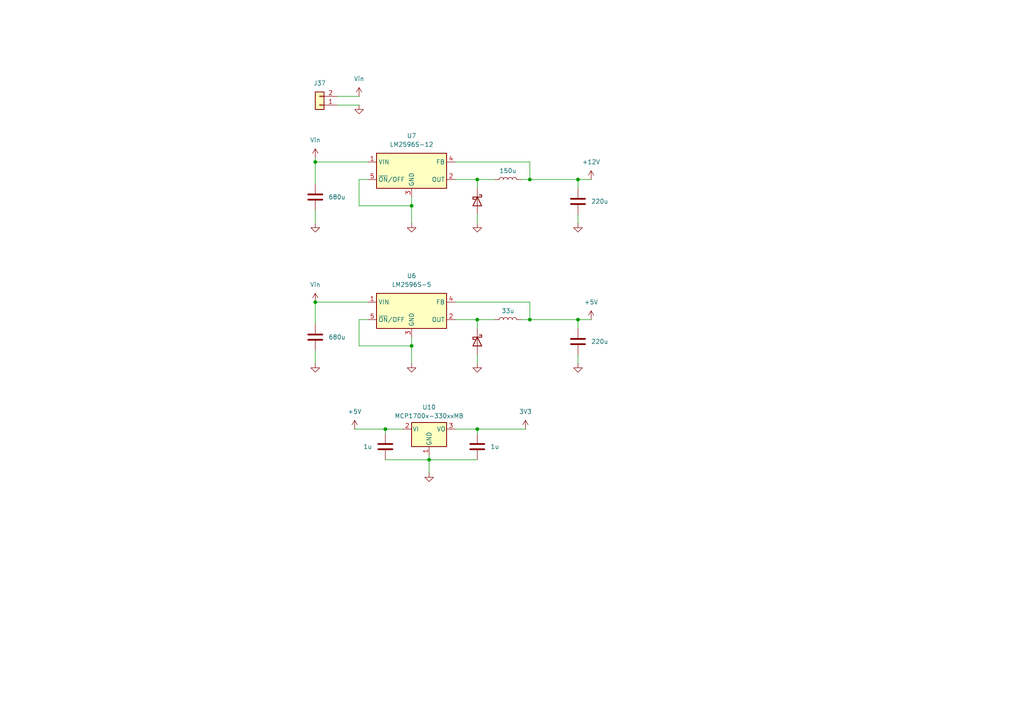
<source format=kicad_sch>
(kicad_sch
	(version 20250114)
	(generator "eeschema")
	(generator_version "9.0")
	(uuid "a95ea655-de4a-477a-ae5d-84d454920055")
	(paper "A4")
	(title_block
		(title "Universal use measuring PCB")
		(company "Author: Kacper Pawlak")
	)
	(lib_symbols
		(symbol "Connector_Generic:Conn_01x02"
			(pin_names
				(offset 1.016)
				(hide yes)
			)
			(exclude_from_sim no)
			(in_bom yes)
			(on_board yes)
			(property "Reference" "J"
				(at 0 2.54 0)
				(effects
					(font
						(size 1.27 1.27)
					)
				)
			)
			(property "Value" "Conn_01x02"
				(at 0 -5.08 0)
				(effects
					(font
						(size 1.27 1.27)
					)
				)
			)
			(property "Footprint" ""
				(at 0 0 0)
				(effects
					(font
						(size 1.27 1.27)
					)
					(hide yes)
				)
			)
			(property "Datasheet" "~"
				(at 0 0 0)
				(effects
					(font
						(size 1.27 1.27)
					)
					(hide yes)
				)
			)
			(property "Description" "Generic connector, single row, 01x02, script generated (kicad-library-utils/schlib/autogen/connector/)"
				(at 0 0 0)
				(effects
					(font
						(size 1.27 1.27)
					)
					(hide yes)
				)
			)
			(property "ki_keywords" "connector"
				(at 0 0 0)
				(effects
					(font
						(size 1.27 1.27)
					)
					(hide yes)
				)
			)
			(property "ki_fp_filters" "Connector*:*_1x??_*"
				(at 0 0 0)
				(effects
					(font
						(size 1.27 1.27)
					)
					(hide yes)
				)
			)
			(symbol "Conn_01x02_1_1"
				(rectangle
					(start -1.27 1.27)
					(end 1.27 -3.81)
					(stroke
						(width 0.254)
						(type default)
					)
					(fill
						(type background)
					)
				)
				(rectangle
					(start -1.27 0.127)
					(end 0 -0.127)
					(stroke
						(width 0.1524)
						(type default)
					)
					(fill
						(type none)
					)
				)
				(rectangle
					(start -1.27 -2.413)
					(end 0 -2.667)
					(stroke
						(width 0.1524)
						(type default)
					)
					(fill
						(type none)
					)
				)
				(pin passive line
					(at -5.08 0 0)
					(length 3.81)
					(name "Pin_1"
						(effects
							(font
								(size 1.27 1.27)
							)
						)
					)
					(number "1"
						(effects
							(font
								(size 1.27 1.27)
							)
						)
					)
				)
				(pin passive line
					(at -5.08 -2.54 0)
					(length 3.81)
					(name "Pin_2"
						(effects
							(font
								(size 1.27 1.27)
							)
						)
					)
					(number "2"
						(effects
							(font
								(size 1.27 1.27)
							)
						)
					)
				)
			)
			(embedded_fonts no)
		)
		(symbol "Device:C"
			(pin_numbers
				(hide yes)
			)
			(pin_names
				(offset 0.254)
			)
			(exclude_from_sim no)
			(in_bom yes)
			(on_board yes)
			(property "Reference" "C"
				(at 0.635 2.54 0)
				(effects
					(font
						(size 1.27 1.27)
					)
					(justify left)
				)
			)
			(property "Value" "C"
				(at 0.635 -2.54 0)
				(effects
					(font
						(size 1.27 1.27)
					)
					(justify left)
				)
			)
			(property "Footprint" ""
				(at 0.9652 -3.81 0)
				(effects
					(font
						(size 1.27 1.27)
					)
					(hide yes)
				)
			)
			(property "Datasheet" "~"
				(at 0 0 0)
				(effects
					(font
						(size 1.27 1.27)
					)
					(hide yes)
				)
			)
			(property "Description" "Unpolarized capacitor"
				(at 0 0 0)
				(effects
					(font
						(size 1.27 1.27)
					)
					(hide yes)
				)
			)
			(property "ki_keywords" "cap capacitor"
				(at 0 0 0)
				(effects
					(font
						(size 1.27 1.27)
					)
					(hide yes)
				)
			)
			(property "ki_fp_filters" "C_*"
				(at 0 0 0)
				(effects
					(font
						(size 1.27 1.27)
					)
					(hide yes)
				)
			)
			(symbol "C_0_1"
				(polyline
					(pts
						(xy -2.032 0.762) (xy 2.032 0.762)
					)
					(stroke
						(width 0.508)
						(type default)
					)
					(fill
						(type none)
					)
				)
				(polyline
					(pts
						(xy -2.032 -0.762) (xy 2.032 -0.762)
					)
					(stroke
						(width 0.508)
						(type default)
					)
					(fill
						(type none)
					)
				)
			)
			(symbol "C_1_1"
				(pin passive line
					(at 0 3.81 270)
					(length 2.794)
					(name "~"
						(effects
							(font
								(size 1.27 1.27)
							)
						)
					)
					(number "1"
						(effects
							(font
								(size 1.27 1.27)
							)
						)
					)
				)
				(pin passive line
					(at 0 -3.81 90)
					(length 2.794)
					(name "~"
						(effects
							(font
								(size 1.27 1.27)
							)
						)
					)
					(number "2"
						(effects
							(font
								(size 1.27 1.27)
							)
						)
					)
				)
			)
			(embedded_fonts no)
		)
		(symbol "Device:D_Schottky"
			(pin_numbers
				(hide yes)
			)
			(pin_names
				(offset 1.016)
				(hide yes)
			)
			(exclude_from_sim no)
			(in_bom yes)
			(on_board yes)
			(property "Reference" "D"
				(at 0 2.54 0)
				(effects
					(font
						(size 1.27 1.27)
					)
				)
			)
			(property "Value" "D_Schottky"
				(at 0 -2.54 0)
				(effects
					(font
						(size 1.27 1.27)
					)
				)
			)
			(property "Footprint" ""
				(at 0 0 0)
				(effects
					(font
						(size 1.27 1.27)
					)
					(hide yes)
				)
			)
			(property "Datasheet" "~"
				(at 0 0 0)
				(effects
					(font
						(size 1.27 1.27)
					)
					(hide yes)
				)
			)
			(property "Description" "Schottky diode"
				(at 0 0 0)
				(effects
					(font
						(size 1.27 1.27)
					)
					(hide yes)
				)
			)
			(property "ki_keywords" "diode Schottky"
				(at 0 0 0)
				(effects
					(font
						(size 1.27 1.27)
					)
					(hide yes)
				)
			)
			(property "ki_fp_filters" "TO-???* *_Diode_* *SingleDiode* D_*"
				(at 0 0 0)
				(effects
					(font
						(size 1.27 1.27)
					)
					(hide yes)
				)
			)
			(symbol "D_Schottky_0_1"
				(polyline
					(pts
						(xy -1.905 0.635) (xy -1.905 1.27) (xy -1.27 1.27) (xy -1.27 -1.27) (xy -0.635 -1.27) (xy -0.635 -0.635)
					)
					(stroke
						(width 0.254)
						(type default)
					)
					(fill
						(type none)
					)
				)
				(polyline
					(pts
						(xy 1.27 1.27) (xy 1.27 -1.27) (xy -1.27 0) (xy 1.27 1.27)
					)
					(stroke
						(width 0.254)
						(type default)
					)
					(fill
						(type none)
					)
				)
				(polyline
					(pts
						(xy 1.27 0) (xy -1.27 0)
					)
					(stroke
						(width 0)
						(type default)
					)
					(fill
						(type none)
					)
				)
			)
			(symbol "D_Schottky_1_1"
				(pin passive line
					(at -3.81 0 0)
					(length 2.54)
					(name "K"
						(effects
							(font
								(size 1.27 1.27)
							)
						)
					)
					(number "1"
						(effects
							(font
								(size 1.27 1.27)
							)
						)
					)
				)
				(pin passive line
					(at 3.81 0 180)
					(length 2.54)
					(name "A"
						(effects
							(font
								(size 1.27 1.27)
							)
						)
					)
					(number "2"
						(effects
							(font
								(size 1.27 1.27)
							)
						)
					)
				)
			)
			(embedded_fonts no)
		)
		(symbol "Device:L"
			(pin_numbers
				(hide yes)
			)
			(pin_names
				(offset 1.016)
				(hide yes)
			)
			(exclude_from_sim no)
			(in_bom yes)
			(on_board yes)
			(property "Reference" "L"
				(at -1.27 0 90)
				(effects
					(font
						(size 1.27 1.27)
					)
				)
			)
			(property "Value" "L"
				(at 1.905 0 90)
				(effects
					(font
						(size 1.27 1.27)
					)
				)
			)
			(property "Footprint" ""
				(at 0 0 0)
				(effects
					(font
						(size 1.27 1.27)
					)
					(hide yes)
				)
			)
			(property "Datasheet" "~"
				(at 0 0 0)
				(effects
					(font
						(size 1.27 1.27)
					)
					(hide yes)
				)
			)
			(property "Description" "Inductor"
				(at 0 0 0)
				(effects
					(font
						(size 1.27 1.27)
					)
					(hide yes)
				)
			)
			(property "ki_keywords" "inductor choke coil reactor magnetic"
				(at 0 0 0)
				(effects
					(font
						(size 1.27 1.27)
					)
					(hide yes)
				)
			)
			(property "ki_fp_filters" "Choke_* *Coil* Inductor_* L_*"
				(at 0 0 0)
				(effects
					(font
						(size 1.27 1.27)
					)
					(hide yes)
				)
			)
			(symbol "L_0_1"
				(arc
					(start 0 2.54)
					(mid 0.6323 1.905)
					(end 0 1.27)
					(stroke
						(width 0)
						(type default)
					)
					(fill
						(type none)
					)
				)
				(arc
					(start 0 1.27)
					(mid 0.6323 0.635)
					(end 0 0)
					(stroke
						(width 0)
						(type default)
					)
					(fill
						(type none)
					)
				)
				(arc
					(start 0 0)
					(mid 0.6323 -0.635)
					(end 0 -1.27)
					(stroke
						(width 0)
						(type default)
					)
					(fill
						(type none)
					)
				)
				(arc
					(start 0 -1.27)
					(mid 0.6323 -1.905)
					(end 0 -2.54)
					(stroke
						(width 0)
						(type default)
					)
					(fill
						(type none)
					)
				)
			)
			(symbol "L_1_1"
				(pin passive line
					(at 0 3.81 270)
					(length 1.27)
					(name "1"
						(effects
							(font
								(size 1.27 1.27)
							)
						)
					)
					(number "1"
						(effects
							(font
								(size 1.27 1.27)
							)
						)
					)
				)
				(pin passive line
					(at 0 -3.81 90)
					(length 1.27)
					(name "2"
						(effects
							(font
								(size 1.27 1.27)
							)
						)
					)
					(number "2"
						(effects
							(font
								(size 1.27 1.27)
							)
						)
					)
				)
			)
			(embedded_fonts no)
		)
		(symbol "Regulator_Linear:MCP1700x-330xxMB"
			(pin_names
				(offset 0.254)
			)
			(exclude_from_sim no)
			(in_bom yes)
			(on_board yes)
			(property "Reference" "U"
				(at -3.81 3.175 0)
				(effects
					(font
						(size 1.27 1.27)
					)
				)
			)
			(property "Value" "MCP1700x-330xxMB"
				(at 0 3.175 0)
				(effects
					(font
						(size 1.27 1.27)
					)
					(justify left)
				)
			)
			(property "Footprint" "Package_TO_SOT_SMD:SOT-89-3"
				(at 0 5.08 0)
				(effects
					(font
						(size 1.27 1.27)
					)
					(hide yes)
				)
			)
			(property "Datasheet" "http://ww1.microchip.com/downloads/en/DeviceDoc/20001826D.pdf"
				(at 0 -1.27 0)
				(effects
					(font
						(size 1.27 1.27)
					)
					(hide yes)
				)
			)
			(property "Description" "250mA Low Quiscent Current LDO, 3.3V output, SOT-89"
				(at 0 0 0)
				(effects
					(font
						(size 1.27 1.27)
					)
					(hide yes)
				)
			)
			(property "ki_keywords" "regulator linear ldo"
				(at 0 0 0)
				(effects
					(font
						(size 1.27 1.27)
					)
					(hide yes)
				)
			)
			(property "ki_fp_filters" "SOT?89*"
				(at 0 0 0)
				(effects
					(font
						(size 1.27 1.27)
					)
					(hide yes)
				)
			)
			(symbol "MCP1700x-330xxMB_0_1"
				(rectangle
					(start -5.08 -5.08)
					(end 5.08 1.905)
					(stroke
						(width 0.254)
						(type default)
					)
					(fill
						(type background)
					)
				)
			)
			(symbol "MCP1700x-330xxMB_1_1"
				(pin power_in line
					(at -7.62 0 0)
					(length 2.54)
					(name "VI"
						(effects
							(font
								(size 1.27 1.27)
							)
						)
					)
					(number "2"
						(effects
							(font
								(size 1.27 1.27)
							)
						)
					)
				)
				(pin power_in line
					(at 0 -7.62 90)
					(length 2.54)
					(name "GND"
						(effects
							(font
								(size 1.27 1.27)
							)
						)
					)
					(number "1"
						(effects
							(font
								(size 1.27 1.27)
							)
						)
					)
				)
				(pin power_out line
					(at 7.62 0 180)
					(length 2.54)
					(name "VO"
						(effects
							(font
								(size 1.27 1.27)
							)
						)
					)
					(number "3"
						(effects
							(font
								(size 1.27 1.27)
							)
						)
					)
				)
			)
			(embedded_fonts no)
		)
		(symbol "Regulator_Switching:LM2596S-12"
			(exclude_from_sim no)
			(in_bom yes)
			(on_board yes)
			(property "Reference" "U"
				(at -10.16 6.35 0)
				(effects
					(font
						(size 1.27 1.27)
					)
					(justify left)
				)
			)
			(property "Value" "LM2596S-12"
				(at 0 6.35 0)
				(effects
					(font
						(size 1.27 1.27)
					)
					(justify left)
				)
			)
			(property "Footprint" "Package_TO_SOT_SMD:TO-263-5_TabPin3"
				(at 1.27 -6.35 0)
				(effects
					(font
						(size 1.27 1.27)
						(italic yes)
					)
					(justify left)
					(hide yes)
				)
			)
			(property "Datasheet" "http://www.ti.com/lit/ds/symlink/lm2596.pdf"
				(at 0 0 0)
				(effects
					(font
						(size 1.27 1.27)
					)
					(hide yes)
				)
			)
			(property "Description" "12V 3A Step-Down Voltage Regulator, TO-263"
				(at 0 0 0)
				(effects
					(font
						(size 1.27 1.27)
					)
					(hide yes)
				)
			)
			(property "ki_keywords" "Step-Down Voltage Regulator 12V 3A"
				(at 0 0 0)
				(effects
					(font
						(size 1.27 1.27)
					)
					(hide yes)
				)
			)
			(property "ki_fp_filters" "TO?263*"
				(at 0 0 0)
				(effects
					(font
						(size 1.27 1.27)
					)
					(hide yes)
				)
			)
			(symbol "LM2596S-12_0_1"
				(rectangle
					(start -10.16 5.08)
					(end 10.16 -5.08)
					(stroke
						(width 0.254)
						(type default)
					)
					(fill
						(type background)
					)
				)
			)
			(symbol "LM2596S-12_1_1"
				(pin power_in line
					(at -12.7 2.54 0)
					(length 2.54)
					(name "VIN"
						(effects
							(font
								(size 1.27 1.27)
							)
						)
					)
					(number "1"
						(effects
							(font
								(size 1.27 1.27)
							)
						)
					)
				)
				(pin input line
					(at -12.7 -2.54 0)
					(length 2.54)
					(name "~{ON}/OFF"
						(effects
							(font
								(size 1.27 1.27)
							)
						)
					)
					(number "5"
						(effects
							(font
								(size 1.27 1.27)
							)
						)
					)
				)
				(pin power_in line
					(at 0 -7.62 90)
					(length 2.54)
					(name "GND"
						(effects
							(font
								(size 1.27 1.27)
							)
						)
					)
					(number "3"
						(effects
							(font
								(size 1.27 1.27)
							)
						)
					)
				)
				(pin input line
					(at 12.7 2.54 180)
					(length 2.54)
					(name "FB"
						(effects
							(font
								(size 1.27 1.27)
							)
						)
					)
					(number "4"
						(effects
							(font
								(size 1.27 1.27)
							)
						)
					)
				)
				(pin output line
					(at 12.7 -2.54 180)
					(length 2.54)
					(name "OUT"
						(effects
							(font
								(size 1.27 1.27)
							)
						)
					)
					(number "2"
						(effects
							(font
								(size 1.27 1.27)
							)
						)
					)
				)
			)
			(embedded_fonts no)
		)
		(symbol "Regulator_Switching:LM2596S-5"
			(exclude_from_sim no)
			(in_bom yes)
			(on_board yes)
			(property "Reference" "U"
				(at -10.16 6.35 0)
				(effects
					(font
						(size 1.27 1.27)
					)
					(justify left)
				)
			)
			(property "Value" "LM2596S-5"
				(at 0 6.35 0)
				(effects
					(font
						(size 1.27 1.27)
					)
					(justify left)
				)
			)
			(property "Footprint" "Package_TO_SOT_SMD:TO-263-5_TabPin3"
				(at 1.27 -6.35 0)
				(effects
					(font
						(size 1.27 1.27)
						(italic yes)
					)
					(justify left)
					(hide yes)
				)
			)
			(property "Datasheet" "http://www.ti.com/lit/ds/symlink/lm2596.pdf"
				(at 0 0 0)
				(effects
					(font
						(size 1.27 1.27)
					)
					(hide yes)
				)
			)
			(property "Description" "5V 3A Step-Down Voltage Regulator, TO-263"
				(at 0 0 0)
				(effects
					(font
						(size 1.27 1.27)
					)
					(hide yes)
				)
			)
			(property "ki_keywords" "Step-Down Voltage Regulator 5V 3A"
				(at 0 0 0)
				(effects
					(font
						(size 1.27 1.27)
					)
					(hide yes)
				)
			)
			(property "ki_fp_filters" "TO?263*"
				(at 0 0 0)
				(effects
					(font
						(size 1.27 1.27)
					)
					(hide yes)
				)
			)
			(symbol "LM2596S-5_0_1"
				(rectangle
					(start -10.16 5.08)
					(end 10.16 -5.08)
					(stroke
						(width 0.254)
						(type default)
					)
					(fill
						(type background)
					)
				)
			)
			(symbol "LM2596S-5_1_1"
				(pin power_in line
					(at -12.7 2.54 0)
					(length 2.54)
					(name "VIN"
						(effects
							(font
								(size 1.27 1.27)
							)
						)
					)
					(number "1"
						(effects
							(font
								(size 1.27 1.27)
							)
						)
					)
				)
				(pin input line
					(at -12.7 -2.54 0)
					(length 2.54)
					(name "~{ON}/OFF"
						(effects
							(font
								(size 1.27 1.27)
							)
						)
					)
					(number "5"
						(effects
							(font
								(size 1.27 1.27)
							)
						)
					)
				)
				(pin power_in line
					(at 0 -7.62 90)
					(length 2.54)
					(name "GND"
						(effects
							(font
								(size 1.27 1.27)
							)
						)
					)
					(number "3"
						(effects
							(font
								(size 1.27 1.27)
							)
						)
					)
				)
				(pin input line
					(at 12.7 2.54 180)
					(length 2.54)
					(name "FB"
						(effects
							(font
								(size 1.27 1.27)
							)
						)
					)
					(number "4"
						(effects
							(font
								(size 1.27 1.27)
							)
						)
					)
				)
				(pin output line
					(at 12.7 -2.54 180)
					(length 2.54)
					(name "OUT"
						(effects
							(font
								(size 1.27 1.27)
							)
						)
					)
					(number "2"
						(effects
							(font
								(size 1.27 1.27)
							)
						)
					)
				)
			)
			(embedded_fonts no)
		)
		(symbol "power:+5V"
			(power)
			(pin_numbers
				(hide yes)
			)
			(pin_names
				(offset 0)
				(hide yes)
			)
			(exclude_from_sim no)
			(in_bom yes)
			(on_board yes)
			(property "Reference" "#PWR"
				(at 0 -3.81 0)
				(effects
					(font
						(size 1.27 1.27)
					)
					(hide yes)
				)
			)
			(property "Value" "+5V"
				(at 0 3.556 0)
				(effects
					(font
						(size 1.27 1.27)
					)
				)
			)
			(property "Footprint" ""
				(at 0 0 0)
				(effects
					(font
						(size 1.27 1.27)
					)
					(hide yes)
				)
			)
			(property "Datasheet" ""
				(at 0 0 0)
				(effects
					(font
						(size 1.27 1.27)
					)
					(hide yes)
				)
			)
			(property "Description" "Power symbol creates a global label with name \"+5V\""
				(at 0 0 0)
				(effects
					(font
						(size 1.27 1.27)
					)
					(hide yes)
				)
			)
			(property "ki_keywords" "global power"
				(at 0 0 0)
				(effects
					(font
						(size 1.27 1.27)
					)
					(hide yes)
				)
			)
			(symbol "+5V_0_1"
				(polyline
					(pts
						(xy -0.762 1.27) (xy 0 2.54)
					)
					(stroke
						(width 0)
						(type default)
					)
					(fill
						(type none)
					)
				)
				(polyline
					(pts
						(xy 0 2.54) (xy 0.762 1.27)
					)
					(stroke
						(width 0)
						(type default)
					)
					(fill
						(type none)
					)
				)
				(polyline
					(pts
						(xy 0 0) (xy 0 2.54)
					)
					(stroke
						(width 0)
						(type default)
					)
					(fill
						(type none)
					)
				)
			)
			(symbol "+5V_1_1"
				(pin power_in line
					(at 0 0 90)
					(length 0)
					(name "~"
						(effects
							(font
								(size 1.27 1.27)
							)
						)
					)
					(number "1"
						(effects
							(font
								(size 1.27 1.27)
							)
						)
					)
				)
			)
			(embedded_fonts no)
		)
		(symbol "power:GND"
			(power)
			(pin_numbers
				(hide yes)
			)
			(pin_names
				(offset 0)
				(hide yes)
			)
			(exclude_from_sim no)
			(in_bom yes)
			(on_board yes)
			(property "Reference" "#PWR"
				(at 0 -6.35 0)
				(effects
					(font
						(size 1.27 1.27)
					)
					(hide yes)
				)
			)
			(property "Value" "GND"
				(at 0 -3.81 0)
				(effects
					(font
						(size 1.27 1.27)
					)
				)
			)
			(property "Footprint" ""
				(at 0 0 0)
				(effects
					(font
						(size 1.27 1.27)
					)
					(hide yes)
				)
			)
			(property "Datasheet" ""
				(at 0 0 0)
				(effects
					(font
						(size 1.27 1.27)
					)
					(hide yes)
				)
			)
			(property "Description" "Power symbol creates a global label with name \"GND\" , ground"
				(at 0 0 0)
				(effects
					(font
						(size 1.27 1.27)
					)
					(hide yes)
				)
			)
			(property "ki_keywords" "global power"
				(at 0 0 0)
				(effects
					(font
						(size 1.27 1.27)
					)
					(hide yes)
				)
			)
			(symbol "GND_0_1"
				(polyline
					(pts
						(xy 0 0) (xy 0 -1.27) (xy 1.27 -1.27) (xy 0 -2.54) (xy -1.27 -1.27) (xy 0 -1.27)
					)
					(stroke
						(width 0)
						(type default)
					)
					(fill
						(type none)
					)
				)
			)
			(symbol "GND_1_1"
				(pin power_in line
					(at 0 0 270)
					(length 0)
					(name "~"
						(effects
							(font
								(size 1.27 1.27)
							)
						)
					)
					(number "1"
						(effects
							(font
								(size 1.27 1.27)
							)
						)
					)
				)
			)
			(embedded_fonts no)
		)
	)
	(junction
		(at 153.67 92.71)
		(diameter 0)
		(color 0 0 0 0)
		(uuid "217ad685-f39e-4b89-9565-d51ecc7cc871")
	)
	(junction
		(at 119.38 59.69)
		(diameter 0)
		(color 0 0 0 0)
		(uuid "33d34eea-0924-4c96-b1f3-ddd4ae1afa32")
	)
	(junction
		(at 167.64 92.71)
		(diameter 0)
		(color 0 0 0 0)
		(uuid "353c7262-7ef3-4a21-b030-8246eb6930ec")
	)
	(junction
		(at 91.44 46.99)
		(diameter 0)
		(color 0 0 0 0)
		(uuid "4487a14b-164f-47b0-a6a0-d27165a4575d")
	)
	(junction
		(at 138.43 92.71)
		(diameter 0)
		(color 0 0 0 0)
		(uuid "49387497-6884-4f29-81db-64cde8b8d896")
	)
	(junction
		(at 167.64 52.07)
		(diameter 0)
		(color 0 0 0 0)
		(uuid "6a11cd0e-3628-498f-95b4-66d8115e796a")
	)
	(junction
		(at 138.43 124.46)
		(diameter 0)
		(color 0 0 0 0)
		(uuid "6a60e56c-f691-435c-a0b7-d594594ff161")
	)
	(junction
		(at 91.44 87.63)
		(diameter 0)
		(color 0 0 0 0)
		(uuid "78976d86-2546-4066-b9ae-61a23e1e3a6c")
	)
	(junction
		(at 119.38 100.33)
		(diameter 0)
		(color 0 0 0 0)
		(uuid "7c334713-72d4-4290-89c4-c8c796b3f5c4")
	)
	(junction
		(at 111.76 124.46)
		(diameter 0)
		(color 0 0 0 0)
		(uuid "b299f61e-4815-4e2a-b292-cbeeff96c06e")
	)
	(junction
		(at 138.43 52.07)
		(diameter 0)
		(color 0 0 0 0)
		(uuid "be79a12c-c6ae-43b9-9395-fccd22ea7419")
	)
	(junction
		(at 124.46 133.35)
		(diameter 0)
		(color 0 0 0 0)
		(uuid "e07886f7-3054-4e9e-8819-26e270a76596")
	)
	(junction
		(at 153.67 52.07)
		(diameter 0)
		(color 0 0 0 0)
		(uuid "e3c57dff-ea0e-4fed-bff4-e79be51c7191")
	)
	(wire
		(pts
			(xy 167.64 52.07) (xy 167.64 54.61)
		)
		(stroke
			(width 0)
			(type default)
		)
		(uuid "0049d900-b04f-4686-ae94-5656775c51e0")
	)
	(wire
		(pts
			(xy 153.67 52.07) (xy 167.64 52.07)
		)
		(stroke
			(width 0)
			(type default)
		)
		(uuid "050a4b35-7d95-4aa9-9e1a-a0cbacd34275")
	)
	(wire
		(pts
			(xy 138.43 62.23) (xy 138.43 64.77)
		)
		(stroke
			(width 0)
			(type default)
		)
		(uuid "0857d152-a06f-4266-b75b-32c6ed6d13fb")
	)
	(wire
		(pts
			(xy 153.67 87.63) (xy 153.67 92.71)
		)
		(stroke
			(width 0)
			(type default)
		)
		(uuid "11f495b8-5a32-4f82-8b2f-a5e39aa556e8")
	)
	(wire
		(pts
			(xy 124.46 133.35) (xy 124.46 137.16)
		)
		(stroke
			(width 0)
			(type default)
		)
		(uuid "13214119-cbd7-4920-8e81-fc95fe75f2c6")
	)
	(wire
		(pts
			(xy 167.64 92.71) (xy 167.64 95.25)
		)
		(stroke
			(width 0)
			(type default)
		)
		(uuid "132e54c4-f731-4a2e-84cf-ce0064639855")
	)
	(wire
		(pts
			(xy 138.43 124.46) (xy 138.43 125.73)
		)
		(stroke
			(width 0)
			(type default)
		)
		(uuid "18c9f410-07f7-42d4-a012-61d9fcbfafbd")
	)
	(wire
		(pts
			(xy 132.08 124.46) (xy 138.43 124.46)
		)
		(stroke
			(width 0)
			(type default)
		)
		(uuid "19465bd6-2d68-4bfc-80af-28cffa89547c")
	)
	(wire
		(pts
			(xy 106.68 87.63) (xy 91.44 87.63)
		)
		(stroke
			(width 0)
			(type default)
		)
		(uuid "19a9509c-9922-4d47-a9ec-a521cd853c37")
	)
	(wire
		(pts
			(xy 132.08 52.07) (xy 138.43 52.07)
		)
		(stroke
			(width 0)
			(type default)
		)
		(uuid "1bbda5d8-7711-4e5e-ba3e-ba2a0ad15367")
	)
	(wire
		(pts
			(xy 106.68 46.99) (xy 91.44 46.99)
		)
		(stroke
			(width 0)
			(type default)
		)
		(uuid "204f8655-179b-46ce-94ad-961c4b8afc78")
	)
	(wire
		(pts
			(xy 138.43 52.07) (xy 143.51 52.07)
		)
		(stroke
			(width 0)
			(type default)
		)
		(uuid "2630ba07-d441-48fd-98d9-f731ada1ae68")
	)
	(wire
		(pts
			(xy 167.64 102.87) (xy 167.64 105.41)
		)
		(stroke
			(width 0)
			(type default)
		)
		(uuid "301bb5f1-d0db-4245-8363-4d97fa8609f8")
	)
	(wire
		(pts
			(xy 111.76 125.73) (xy 111.76 124.46)
		)
		(stroke
			(width 0)
			(type default)
		)
		(uuid "3703e4e7-536e-4c0b-8867-5f46af2d7e5c")
	)
	(wire
		(pts
			(xy 91.44 101.6) (xy 91.44 105.41)
		)
		(stroke
			(width 0)
			(type default)
		)
		(uuid "3e01f197-f47a-4236-9b79-523a5bc92d0f")
	)
	(wire
		(pts
			(xy 138.43 92.71) (xy 138.43 95.25)
		)
		(stroke
			(width 0)
			(type default)
		)
		(uuid "3fecf608-6b98-494c-a916-4bddbd670f78")
	)
	(wire
		(pts
			(xy 119.38 100.33) (xy 119.38 105.41)
		)
		(stroke
			(width 0)
			(type default)
		)
		(uuid "46da40af-c0ef-4e62-86dd-12a622e06744")
	)
	(wire
		(pts
			(xy 167.64 52.07) (xy 171.45 52.07)
		)
		(stroke
			(width 0)
			(type default)
		)
		(uuid "5450f626-5f9b-40c6-a604-a4edf699af80")
	)
	(wire
		(pts
			(xy 132.08 87.63) (xy 153.67 87.63)
		)
		(stroke
			(width 0)
			(type default)
		)
		(uuid "549bdd06-de73-4b4e-a6eb-ffdae5d77ba0")
	)
	(wire
		(pts
			(xy 138.43 52.07) (xy 138.43 54.61)
		)
		(stroke
			(width 0)
			(type default)
		)
		(uuid "563224cd-3f4a-4bd8-983e-7201443d6944")
	)
	(wire
		(pts
			(xy 119.38 97.79) (xy 119.38 100.33)
		)
		(stroke
			(width 0)
			(type default)
		)
		(uuid "5a6d4889-671e-4172-aa23-23c0d0b1203c")
	)
	(wire
		(pts
			(xy 138.43 124.46) (xy 152.4 124.46)
		)
		(stroke
			(width 0)
			(type default)
		)
		(uuid "666e01af-0628-43e4-9963-98400774af2d")
	)
	(wire
		(pts
			(xy 119.38 59.69) (xy 119.38 64.77)
		)
		(stroke
			(width 0)
			(type default)
		)
		(uuid "6ecdcb81-0767-4511-b9fc-878b56c7bc16")
	)
	(wire
		(pts
			(xy 153.67 92.71) (xy 167.64 92.71)
		)
		(stroke
			(width 0)
			(type default)
		)
		(uuid "73951c51-d8bd-4c50-8e28-d57fb6ecb418")
	)
	(wire
		(pts
			(xy 104.14 100.33) (xy 119.38 100.33)
		)
		(stroke
			(width 0)
			(type default)
		)
		(uuid "7b71d9b1-652b-43a8-892b-13ff050a1442")
	)
	(wire
		(pts
			(xy 167.64 62.23) (xy 167.64 64.77)
		)
		(stroke
			(width 0)
			(type default)
		)
		(uuid "7f58f33d-c332-4cbb-9eb3-9cd440430201")
	)
	(wire
		(pts
			(xy 91.44 60.96) (xy 91.44 64.77)
		)
		(stroke
			(width 0)
			(type default)
		)
		(uuid "8d406442-f1ef-4c18-9d39-43137e46e5c5")
	)
	(wire
		(pts
			(xy 104.14 52.07) (xy 104.14 59.69)
		)
		(stroke
			(width 0)
			(type default)
		)
		(uuid "906d9f97-848c-4004-83da-896099e710f0")
	)
	(wire
		(pts
			(xy 153.67 46.99) (xy 153.67 52.07)
		)
		(stroke
			(width 0)
			(type default)
		)
		(uuid "933c6567-d3c0-46a6-88ec-7bfbbe69b083")
	)
	(wire
		(pts
			(xy 97.79 30.48) (xy 104.14 30.48)
		)
		(stroke
			(width 0)
			(type default)
		)
		(uuid "93bb2146-d080-458e-ba74-b09197095bb6")
	)
	(wire
		(pts
			(xy 153.67 52.07) (xy 151.13 52.07)
		)
		(stroke
			(width 0)
			(type default)
		)
		(uuid "9d0ba88c-9f32-44a2-971c-9e44ec200baf")
	)
	(wire
		(pts
			(xy 132.08 46.99) (xy 153.67 46.99)
		)
		(stroke
			(width 0)
			(type default)
		)
		(uuid "9eb664de-c604-43d2-af30-9b01427cef3b")
	)
	(wire
		(pts
			(xy 119.38 57.15) (xy 119.38 59.69)
		)
		(stroke
			(width 0)
			(type default)
		)
		(uuid "a099acb2-800f-4e1a-a8de-4c34b3dff9dd")
	)
	(wire
		(pts
			(xy 124.46 132.08) (xy 124.46 133.35)
		)
		(stroke
			(width 0)
			(type default)
		)
		(uuid "a2d9e175-eb2a-410c-9f12-36077f26da99")
	)
	(wire
		(pts
			(xy 106.68 52.07) (xy 104.14 52.07)
		)
		(stroke
			(width 0)
			(type default)
		)
		(uuid "a39826b3-f31d-4c2d-9c1c-870b378324b4")
	)
	(wire
		(pts
			(xy 132.08 92.71) (xy 138.43 92.71)
		)
		(stroke
			(width 0)
			(type default)
		)
		(uuid "aa666151-be1f-443c-951d-fa69f0c35c6f")
	)
	(wire
		(pts
			(xy 138.43 92.71) (xy 143.51 92.71)
		)
		(stroke
			(width 0)
			(type default)
		)
		(uuid "acc9d641-e36b-450d-a65b-f4f2a7ae978d")
	)
	(wire
		(pts
			(xy 102.87 124.46) (xy 111.76 124.46)
		)
		(stroke
			(width 0)
			(type default)
		)
		(uuid "b58545ef-f23b-4fdb-bb80-24ce04e0dadf")
	)
	(wire
		(pts
			(xy 91.44 87.63) (xy 91.44 93.98)
		)
		(stroke
			(width 0)
			(type default)
		)
		(uuid "b6cd8586-f5ff-42b6-8023-cd87e35b95cb")
	)
	(wire
		(pts
			(xy 111.76 124.46) (xy 116.84 124.46)
		)
		(stroke
			(width 0)
			(type default)
		)
		(uuid "bad5b2ac-86fa-4d57-8bf5-5ffb225a2d25")
	)
	(wire
		(pts
			(xy 138.43 102.87) (xy 138.43 105.41)
		)
		(stroke
			(width 0)
			(type default)
		)
		(uuid "bd3a64e5-7808-4395-9fed-871ea6e53506")
	)
	(wire
		(pts
			(xy 124.46 133.35) (xy 138.43 133.35)
		)
		(stroke
			(width 0)
			(type default)
		)
		(uuid "c74ee594-93bc-4a85-bac2-ef3bb5fb9ca3")
	)
	(wire
		(pts
			(xy 104.14 92.71) (xy 104.14 100.33)
		)
		(stroke
			(width 0)
			(type default)
		)
		(uuid "cb49af28-af6d-4d94-9f52-4a34ab25a549")
	)
	(wire
		(pts
			(xy 106.68 92.71) (xy 104.14 92.71)
		)
		(stroke
			(width 0)
			(type default)
		)
		(uuid "cf95ae0a-131b-44b7-b020-e721521a1be4")
	)
	(wire
		(pts
			(xy 153.67 92.71) (xy 151.13 92.71)
		)
		(stroke
			(width 0)
			(type default)
		)
		(uuid "d58f3e26-e8e8-4df2-babc-3260399d3714")
	)
	(wire
		(pts
			(xy 97.79 27.94) (xy 104.14 27.94)
		)
		(stroke
			(width 0)
			(type default)
		)
		(uuid "d777acbc-6a5a-4c12-8fbd-db2ec4018a63")
	)
	(wire
		(pts
			(xy 167.64 92.71) (xy 171.45 92.71)
		)
		(stroke
			(width 0)
			(type default)
		)
		(uuid "e8f38f6e-4a3e-4e69-b106-2d22032520cd")
	)
	(wire
		(pts
			(xy 91.44 46.99) (xy 91.44 53.34)
		)
		(stroke
			(width 0)
			(type default)
		)
		(uuid "eb6e269b-cf4c-486d-ab2d-b5aec107285a")
	)
	(wire
		(pts
			(xy 104.14 59.69) (xy 119.38 59.69)
		)
		(stroke
			(width 0)
			(type default)
		)
		(uuid "f16c55ec-feff-40e4-b3c1-06e8ceaf3e5d")
	)
	(wire
		(pts
			(xy 91.44 45.72) (xy 91.44 46.99)
		)
		(stroke
			(width 0)
			(type default)
		)
		(uuid "f68f4251-aed0-4038-b57e-07a9bdc031bd")
	)
	(wire
		(pts
			(xy 111.76 133.35) (xy 124.46 133.35)
		)
		(stroke
			(width 0)
			(type default)
		)
		(uuid "fd56efc5-3ed8-40f8-9992-21784e2154ee")
	)
	(symbol
		(lib_id "power:+5V")
		(at 152.4 124.46 0)
		(unit 1)
		(exclude_from_sim no)
		(in_bom yes)
		(on_board yes)
		(dnp no)
		(fields_autoplaced yes)
		(uuid "0275fe8e-6626-4bd9-8e7b-a5ff4c549377")
		(property "Reference" "#PWR079"
			(at 152.4 128.27 0)
			(effects
				(font
					(size 1.27 1.27)
				)
				(hide yes)
			)
		)
		(property "Value" "3V3"
			(at 152.4 119.38 0)
			(effects
				(font
					(size 1.27 1.27)
				)
			)
		)
		(property "Footprint" ""
			(at 152.4 124.46 0)
			(effects
				(font
					(size 1.27 1.27)
				)
				(hide yes)
			)
		)
		(property "Datasheet" ""
			(at 152.4 124.46 0)
			(effects
				(font
					(size 1.27 1.27)
				)
				(hide yes)
			)
		)
		(property "Description" "Power symbol creates a global label with name \"+5V\""
			(at 152.4 124.46 0)
			(effects
				(font
					(size 1.27 1.27)
				)
				(hide yes)
			)
		)
		(pin "1"
			(uuid "6d9dbf67-6697-42cc-8f58-2cbf8ce6c32d")
		)
		(instances
			(project "upp_simple"
				(path "/b652b05a-4e3d-4ad1-b032-18886abe7d45/d6d0b9a5-d6bd-4532-a3f2-84b92b0fd444"
					(reference "#PWR079")
					(unit 1)
				)
			)
		)
	)
	(symbol
		(lib_id "power:+5V")
		(at 91.44 87.63 0)
		(unit 1)
		(exclude_from_sim no)
		(in_bom yes)
		(on_board yes)
		(dnp no)
		(fields_autoplaced yes)
		(uuid "0f2d51b1-74c9-4e7a-8973-34ce4e0a4c58")
		(property "Reference" "#PWR077"
			(at 91.44 91.44 0)
			(effects
				(font
					(size 1.27 1.27)
				)
				(hide yes)
			)
		)
		(property "Value" "Vin"
			(at 91.44 82.55 0)
			(effects
				(font
					(size 1.27 1.27)
				)
			)
		)
		(property "Footprint" ""
			(at 91.44 87.63 0)
			(effects
				(font
					(size 1.27 1.27)
				)
				(hide yes)
			)
		)
		(property "Datasheet" ""
			(at 91.44 87.63 0)
			(effects
				(font
					(size 1.27 1.27)
				)
				(hide yes)
			)
		)
		(property "Description" "Power symbol creates a global label with name \"+5V\""
			(at 91.44 87.63 0)
			(effects
				(font
					(size 1.27 1.27)
				)
				(hide yes)
			)
		)
		(pin "1"
			(uuid "59b63ed7-0d8c-4ba5-92e3-6d0bf1ae3c6a")
		)
		(instances
			(project "upp_simple"
				(path "/b652b05a-4e3d-4ad1-b032-18886abe7d45/d6d0b9a5-d6bd-4532-a3f2-84b92b0fd444"
					(reference "#PWR077")
					(unit 1)
				)
			)
		)
	)
	(symbol
		(lib_id "Device:C")
		(at 138.43 129.54 0)
		(unit 1)
		(exclude_from_sim no)
		(in_bom yes)
		(on_board yes)
		(dnp no)
		(fields_autoplaced yes)
		(uuid "131d384f-98ab-4097-8a21-839ff95fc0c3")
		(property "Reference" "C7"
			(at 142.24 128.2699 0)
			(effects
				(font
					(size 1.27 1.27)
				)
				(justify left)
				(hide yes)
			)
		)
		(property "Value" "1u"
			(at 142.24 129.5399 0)
			(effects
				(font
					(size 1.27 1.27)
				)
				(justify left)
			)
		)
		(property "Footprint" "Capacitor_SMD:C_0603_1608Metric_Pad1.08x0.95mm_HandSolder"
			(at 139.3952 133.35 0)
			(effects
				(font
					(size 1.27 1.27)
				)
				(hide yes)
			)
		)
		(property "Datasheet" "~"
			(at 138.43 129.54 0)
			(effects
				(font
					(size 1.27 1.27)
				)
				(hide yes)
			)
		)
		(property "Description" "Unpolarized capacitor"
			(at 138.43 129.54 0)
			(effects
				(font
					(size 1.27 1.27)
				)
				(hide yes)
			)
		)
		(pin "2"
			(uuid "9ec4a97d-7184-4674-a81e-911e1d80648f")
		)
		(pin "1"
			(uuid "3e5ee974-9c9c-4005-93d0-eaad875aa0ee")
		)
		(instances
			(project "upp_simple"
				(path "/b652b05a-4e3d-4ad1-b032-18886abe7d45/d6d0b9a5-d6bd-4532-a3f2-84b92b0fd444"
					(reference "C7")
					(unit 1)
				)
			)
		)
	)
	(symbol
		(lib_id "power:GND")
		(at 167.64 105.41 0)
		(unit 1)
		(exclude_from_sim no)
		(in_bom yes)
		(on_board yes)
		(dnp no)
		(fields_autoplaced yes)
		(uuid "1dd969c2-1351-410a-ad78-571f5dc76564")
		(property "Reference" "#PWR067"
			(at 167.64 111.76 0)
			(effects
				(font
					(size 1.27 1.27)
				)
				(hide yes)
			)
		)
		(property "Value" "GND"
			(at 167.64 110.49 0)
			(effects
				(font
					(size 1.27 1.27)
				)
				(hide yes)
			)
		)
		(property "Footprint" ""
			(at 167.64 105.41 0)
			(effects
				(font
					(size 1.27 1.27)
				)
				(hide yes)
			)
		)
		(property "Datasheet" ""
			(at 167.64 105.41 0)
			(effects
				(font
					(size 1.27 1.27)
				)
				(hide yes)
			)
		)
		(property "Description" "Power symbol creates a global label with name \"GND\" , ground"
			(at 167.64 105.41 0)
			(effects
				(font
					(size 1.27 1.27)
				)
				(hide yes)
			)
		)
		(pin "1"
			(uuid "51d9e69b-ac40-4afb-b620-2ce362457420")
		)
		(instances
			(project "upp_simple"
				(path "/b652b05a-4e3d-4ad1-b032-18886abe7d45/d6d0b9a5-d6bd-4532-a3f2-84b92b0fd444"
					(reference "#PWR067")
					(unit 1)
				)
			)
		)
	)
	(symbol
		(lib_id "Device:C")
		(at 91.44 97.79 0)
		(unit 1)
		(exclude_from_sim no)
		(in_bom yes)
		(on_board yes)
		(dnp no)
		(fields_autoplaced yes)
		(uuid "21f1e7fc-a45a-4728-80a3-698163c2a024")
		(property "Reference" "C4"
			(at 95.25 96.5199 0)
			(effects
				(font
					(size 1.27 1.27)
				)
				(justify left)
				(hide yes)
			)
		)
		(property "Value" "680u"
			(at 95.25 97.7899 0)
			(effects
				(font
					(size 1.27 1.27)
				)
				(justify left)
			)
		)
		(property "Footprint" ""
			(at 92.4052 101.6 0)
			(effects
				(font
					(size 1.27 1.27)
				)
				(hide yes)
			)
		)
		(property "Datasheet" "~"
			(at 91.44 97.79 0)
			(effects
				(font
					(size 1.27 1.27)
				)
				(hide yes)
			)
		)
		(property "Description" "Unpolarized capacitor"
			(at 91.44 97.79 0)
			(effects
				(font
					(size 1.27 1.27)
				)
				(hide yes)
			)
		)
		(pin "2"
			(uuid "d6d484c3-6b7b-452e-89ae-72062b713293")
		)
		(pin "1"
			(uuid "50646f4e-a495-429c-8acc-92cbf881aea3")
		)
		(instances
			(project "upp_simple"
				(path "/b652b05a-4e3d-4ad1-b032-18886abe7d45/d6d0b9a5-d6bd-4532-a3f2-84b92b0fd444"
					(reference "C4")
					(unit 1)
				)
			)
		)
	)
	(symbol
		(lib_id "power:+5V")
		(at 171.45 52.07 0)
		(unit 1)
		(exclude_from_sim no)
		(in_bom yes)
		(on_board yes)
		(dnp no)
		(fields_autoplaced yes)
		(uuid "25b66c36-197c-43f2-b3d3-a130395b8ed3")
		(property "Reference" "#PWR075"
			(at 171.45 55.88 0)
			(effects
				(font
					(size 1.27 1.27)
				)
				(hide yes)
			)
		)
		(property "Value" "+12V"
			(at 171.45 46.99 0)
			(effects
				(font
					(size 1.27 1.27)
				)
			)
		)
		(property "Footprint" ""
			(at 171.45 52.07 0)
			(effects
				(font
					(size 1.27 1.27)
				)
				(hide yes)
			)
		)
		(property "Datasheet" ""
			(at 171.45 52.07 0)
			(effects
				(font
					(size 1.27 1.27)
				)
				(hide yes)
			)
		)
		(property "Description" "Power symbol creates a global label with name \"+5V\""
			(at 171.45 52.07 0)
			(effects
				(font
					(size 1.27 1.27)
				)
				(hide yes)
			)
		)
		(pin "1"
			(uuid "cfaec1ec-b77b-4cf1-ac07-83d8688afc20")
		)
		(instances
			(project "upp_simple"
				(path "/b652b05a-4e3d-4ad1-b032-18886abe7d45/d6d0b9a5-d6bd-4532-a3f2-84b92b0fd444"
					(reference "#PWR075")
					(unit 1)
				)
			)
		)
	)
	(symbol
		(lib_id "power:GND")
		(at 91.44 64.77 0)
		(unit 1)
		(exclude_from_sim no)
		(in_bom yes)
		(on_board yes)
		(dnp no)
		(fields_autoplaced yes)
		(uuid "29411a48-60de-44ed-bc83-d183a959c9fb")
		(property "Reference" "#PWR071"
			(at 91.44 71.12 0)
			(effects
				(font
					(size 1.27 1.27)
				)
				(hide yes)
			)
		)
		(property "Value" "GND"
			(at 91.44 69.85 0)
			(effects
				(font
					(size 1.27 1.27)
				)
				(hide yes)
			)
		)
		(property "Footprint" ""
			(at 91.44 64.77 0)
			(effects
				(font
					(size 1.27 1.27)
				)
				(hide yes)
			)
		)
		(property "Datasheet" ""
			(at 91.44 64.77 0)
			(effects
				(font
					(size 1.27 1.27)
				)
				(hide yes)
			)
		)
		(property "Description" "Power symbol creates a global label with name \"GND\" , ground"
			(at 91.44 64.77 0)
			(effects
				(font
					(size 1.27 1.27)
				)
				(hide yes)
			)
		)
		(pin "1"
			(uuid "d9c0c598-9815-454e-91b9-3b3ae73759a6")
		)
		(instances
			(project "upp_simple"
				(path "/b652b05a-4e3d-4ad1-b032-18886abe7d45/d6d0b9a5-d6bd-4532-a3f2-84b92b0fd444"
					(reference "#PWR071")
					(unit 1)
				)
			)
		)
	)
	(symbol
		(lib_id "Regulator_Switching:LM2596S-12")
		(at 119.38 49.53 0)
		(unit 1)
		(exclude_from_sim no)
		(in_bom yes)
		(on_board yes)
		(dnp no)
		(fields_autoplaced yes)
		(uuid "30ff6b5f-6f45-4ff2-9ae8-ce75dccac02b")
		(property "Reference" "U7"
			(at 119.38 39.37 0)
			(effects
				(font
					(size 1.27 1.27)
				)
			)
		)
		(property "Value" "LM2596S-12"
			(at 119.38 41.91 0)
			(effects
				(font
					(size 1.27 1.27)
				)
			)
		)
		(property "Footprint" "Package_TO_SOT_SMD:TO-263-5_TabPin3"
			(at 120.65 55.88 0)
			(effects
				(font
					(size 1.27 1.27)
					(italic yes)
				)
				(justify left)
				(hide yes)
			)
		)
		(property "Datasheet" "http://www.ti.com/lit/ds/symlink/lm2596.pdf"
			(at 119.38 49.53 0)
			(effects
				(font
					(size 1.27 1.27)
				)
				(hide yes)
			)
		)
		(property "Description" "12V 3A Step-Down Voltage Regulator, TO-263"
			(at 119.38 49.53 0)
			(effects
				(font
					(size 1.27 1.27)
				)
				(hide yes)
			)
		)
		(pin "1"
			(uuid "decf0670-7759-40a1-9408-2f002800fe6b")
		)
		(pin "5"
			(uuid "9f5cff81-ea6a-4942-9271-89a055115766")
		)
		(pin "3"
			(uuid "0d75e44d-de35-4f78-9b48-e007e83e1f55")
		)
		(pin "4"
			(uuid "2a4c8876-3897-4407-9e26-73be4d478217")
		)
		(pin "2"
			(uuid "b3882a46-a927-44c8-bdbc-63f1f2ef89fb")
		)
		(instances
			(project "upp_simple"
				(path "/b652b05a-4e3d-4ad1-b032-18886abe7d45/d6d0b9a5-d6bd-4532-a3f2-84b92b0fd444"
					(reference "U7")
					(unit 1)
				)
			)
		)
	)
	(symbol
		(lib_id "power:+5V")
		(at 91.44 45.72 0)
		(unit 1)
		(exclude_from_sim no)
		(in_bom yes)
		(on_board yes)
		(dnp no)
		(fields_autoplaced yes)
		(uuid "43eade54-c836-4691-8b2e-0d4f8b91a43c")
		(property "Reference" "#PWR076"
			(at 91.44 49.53 0)
			(effects
				(font
					(size 1.27 1.27)
				)
				(hide yes)
			)
		)
		(property "Value" "Vin"
			(at 91.44 40.64 0)
			(effects
				(font
					(size 1.27 1.27)
				)
			)
		)
		(property "Footprint" ""
			(at 91.44 45.72 0)
			(effects
				(font
					(size 1.27 1.27)
				)
				(hide yes)
			)
		)
		(property "Datasheet" ""
			(at 91.44 45.72 0)
			(effects
				(font
					(size 1.27 1.27)
				)
				(hide yes)
			)
		)
		(property "Description" "Power symbol creates a global label with name \"+5V\""
			(at 91.44 45.72 0)
			(effects
				(font
					(size 1.27 1.27)
				)
				(hide yes)
			)
		)
		(pin "1"
			(uuid "55b2823a-18a3-4e8e-80a6-9e228194c440")
		)
		(instances
			(project "upp_simple"
				(path "/b652b05a-4e3d-4ad1-b032-18886abe7d45/d6d0b9a5-d6bd-4532-a3f2-84b92b0fd444"
					(reference "#PWR076")
					(unit 1)
				)
			)
		)
	)
	(symbol
		(lib_id "power:GND")
		(at 119.38 64.77 0)
		(unit 1)
		(exclude_from_sim no)
		(in_bom yes)
		(on_board yes)
		(dnp no)
		(fields_autoplaced yes)
		(uuid "4c9afb65-71ec-4eba-be7f-66c8c774811c")
		(property "Reference" "#PWR072"
			(at 119.38 71.12 0)
			(effects
				(font
					(size 1.27 1.27)
				)
				(hide yes)
			)
		)
		(property "Value" "GND"
			(at 119.38 69.85 0)
			(effects
				(font
					(size 1.27 1.27)
				)
				(hide yes)
			)
		)
		(property "Footprint" ""
			(at 119.38 64.77 0)
			(effects
				(font
					(size 1.27 1.27)
				)
				(hide yes)
			)
		)
		(property "Datasheet" ""
			(at 119.38 64.77 0)
			(effects
				(font
					(size 1.27 1.27)
				)
				(hide yes)
			)
		)
		(property "Description" "Power symbol creates a global label with name \"GND\" , ground"
			(at 119.38 64.77 0)
			(effects
				(font
					(size 1.27 1.27)
				)
				(hide yes)
			)
		)
		(pin "1"
			(uuid "8bbc3b29-97a9-4ae6-9782-162c4b8408f4")
		)
		(instances
			(project "upp_simple"
				(path "/b652b05a-4e3d-4ad1-b032-18886abe7d45/d6d0b9a5-d6bd-4532-a3f2-84b92b0fd444"
					(reference "#PWR072")
					(unit 1)
				)
			)
		)
	)
	(symbol
		(lib_id "power:GND")
		(at 91.44 105.41 0)
		(unit 1)
		(exclude_from_sim no)
		(in_bom yes)
		(on_board yes)
		(dnp no)
		(fields_autoplaced yes)
		(uuid "5076bbfe-e51a-4833-859b-ec78876266e9")
		(property "Reference" "#PWR070"
			(at 91.44 111.76 0)
			(effects
				(font
					(size 1.27 1.27)
				)
				(hide yes)
			)
		)
		(property "Value" "GND"
			(at 91.44 110.49 0)
			(effects
				(font
					(size 1.27 1.27)
				)
				(hide yes)
			)
		)
		(property "Footprint" ""
			(at 91.44 105.41 0)
			(effects
				(font
					(size 1.27 1.27)
				)
				(hide yes)
			)
		)
		(property "Datasheet" ""
			(at 91.44 105.41 0)
			(effects
				(font
					(size 1.27 1.27)
				)
				(hide yes)
			)
		)
		(property "Description" "Power symbol creates a global label with name \"GND\" , ground"
			(at 91.44 105.41 0)
			(effects
				(font
					(size 1.27 1.27)
				)
				(hide yes)
			)
		)
		(pin "1"
			(uuid "d117f68f-f6ee-4eb9-8c3a-939dceaf8975")
		)
		(instances
			(project "upp_simple"
				(path "/b652b05a-4e3d-4ad1-b032-18886abe7d45/d6d0b9a5-d6bd-4532-a3f2-84b92b0fd444"
					(reference "#PWR070")
					(unit 1)
				)
			)
		)
	)
	(symbol
		(lib_id "power:GND")
		(at 119.38 105.41 0)
		(unit 1)
		(exclude_from_sim no)
		(in_bom yes)
		(on_board yes)
		(dnp no)
		(fields_autoplaced yes)
		(uuid "58f173f5-a246-4814-9457-ec650ee117c9")
		(property "Reference" "#PWR069"
			(at 119.38 111.76 0)
			(effects
				(font
					(size 1.27 1.27)
				)
				(hide yes)
			)
		)
		(property "Value" "GND"
			(at 119.38 110.49 0)
			(effects
				(font
					(size 1.27 1.27)
				)
				(hide yes)
			)
		)
		(property "Footprint" ""
			(at 119.38 105.41 0)
			(effects
				(font
					(size 1.27 1.27)
				)
				(hide yes)
			)
		)
		(property "Datasheet" ""
			(at 119.38 105.41 0)
			(effects
				(font
					(size 1.27 1.27)
				)
				(hide yes)
			)
		)
		(property "Description" "Power symbol creates a global label with name \"GND\" , ground"
			(at 119.38 105.41 0)
			(effects
				(font
					(size 1.27 1.27)
				)
				(hide yes)
			)
		)
		(pin "1"
			(uuid "f0e63974-53d6-4dcc-83ee-69edad2c3e03")
		)
		(instances
			(project "upp_simple"
				(path "/b652b05a-4e3d-4ad1-b032-18886abe7d45/d6d0b9a5-d6bd-4532-a3f2-84b92b0fd444"
					(reference "#PWR069")
					(unit 1)
				)
			)
		)
	)
	(symbol
		(lib_id "Connector_Generic:Conn_01x02")
		(at 92.71 30.48 180)
		(unit 1)
		(exclude_from_sim no)
		(in_bom yes)
		(on_board yes)
		(dnp no)
		(fields_autoplaced yes)
		(uuid "6f8e8604-fe6c-4ca1-a018-275e45573efb")
		(property "Reference" "J37"
			(at 92.71 24.13 0)
			(effects
				(font
					(size 1.27 1.27)
				)
			)
		)
		(property "Value" "Conn_01x02"
			(at 92.71 24.13 0)
			(effects
				(font
					(size 1.27 1.27)
				)
				(hide yes)
			)
		)
		(property "Footprint" ""
			(at 92.71 30.48 0)
			(effects
				(font
					(size 1.27 1.27)
				)
				(hide yes)
			)
		)
		(property "Datasheet" "~"
			(at 92.71 30.48 0)
			(effects
				(font
					(size 1.27 1.27)
				)
				(hide yes)
			)
		)
		(property "Description" "Generic connector, single row, 01x02, script generated (kicad-library-utils/schlib/autogen/connector/)"
			(at 92.71 30.48 0)
			(effects
				(font
					(size 1.27 1.27)
				)
				(hide yes)
			)
		)
		(pin "2"
			(uuid "316dd895-125d-4205-81b4-bb2b57337efe")
		)
		(pin "1"
			(uuid "436539db-3fda-40a4-9b09-596e6a93b3d1")
		)
		(instances
			(project ""
				(path "/b652b05a-4e3d-4ad1-b032-18886abe7d45/d6d0b9a5-d6bd-4532-a3f2-84b92b0fd444"
					(reference "J37")
					(unit 1)
				)
			)
		)
	)
	(symbol
		(lib_id "Regulator_Switching:LM2596S-5")
		(at 119.38 90.17 0)
		(unit 1)
		(exclude_from_sim no)
		(in_bom yes)
		(on_board yes)
		(dnp no)
		(fields_autoplaced yes)
		(uuid "71095e89-4816-4b92-8937-0ecbb30db6bd")
		(property "Reference" "U6"
			(at 119.38 80.01 0)
			(effects
				(font
					(size 1.27 1.27)
				)
			)
		)
		(property "Value" "LM2596S-5"
			(at 119.38 82.55 0)
			(effects
				(font
					(size 1.27 1.27)
				)
			)
		)
		(property "Footprint" "Package_TO_SOT_SMD:TO-263-5_TabPin3"
			(at 120.65 96.52 0)
			(effects
				(font
					(size 1.27 1.27)
					(italic yes)
				)
				(justify left)
				(hide yes)
			)
		)
		(property "Datasheet" "http://www.ti.com/lit/ds/symlink/lm2596.pdf"
			(at 119.38 90.17 0)
			(effects
				(font
					(size 1.27 1.27)
				)
				(hide yes)
			)
		)
		(property "Description" "5V 3A Step-Down Voltage Regulator, TO-263"
			(at 119.38 90.17 0)
			(effects
				(font
					(size 1.27 1.27)
				)
				(hide yes)
			)
		)
		(pin "5"
			(uuid "47b1e370-4588-4023-a96e-747257939c81")
		)
		(pin "2"
			(uuid "be437f5d-e003-49a9-9fdc-d47bdcb9678c")
		)
		(pin "4"
			(uuid "7a6caf50-eb99-4179-87b2-f67520520b46")
		)
		(pin "1"
			(uuid "b1c052ec-1182-4864-a8aa-6c9c2759c300")
		)
		(pin "3"
			(uuid "96db186c-be30-4b77-ac05-4904dc9e8aef")
		)
		(instances
			(project "upp_simple"
				(path "/b652b05a-4e3d-4ad1-b032-18886abe7d45/d6d0b9a5-d6bd-4532-a3f2-84b92b0fd444"
					(reference "U6")
					(unit 1)
				)
			)
		)
	)
	(symbol
		(lib_id "power:+5V")
		(at 171.45 92.71 0)
		(unit 1)
		(exclude_from_sim no)
		(in_bom yes)
		(on_board yes)
		(dnp no)
		(fields_autoplaced yes)
		(uuid "762760b2-fff1-4d53-b106-e7b760b53a49")
		(property "Reference" "#PWR066"
			(at 171.45 96.52 0)
			(effects
				(font
					(size 1.27 1.27)
				)
				(hide yes)
			)
		)
		(property "Value" "+5V"
			(at 171.45 87.63 0)
			(effects
				(font
					(size 1.27 1.27)
				)
			)
		)
		(property "Footprint" ""
			(at 171.45 92.71 0)
			(effects
				(font
					(size 1.27 1.27)
				)
				(hide yes)
			)
		)
		(property "Datasheet" ""
			(at 171.45 92.71 0)
			(effects
				(font
					(size 1.27 1.27)
				)
				(hide yes)
			)
		)
		(property "Description" "Power symbol creates a global label with name \"+5V\""
			(at 171.45 92.71 0)
			(effects
				(font
					(size 1.27 1.27)
				)
				(hide yes)
			)
		)
		(pin "1"
			(uuid "0dfbe8dc-fe22-4ba2-b48d-8cab3c6601b1")
		)
		(instances
			(project "upp_simple"
				(path "/b652b05a-4e3d-4ad1-b032-18886abe7d45/d6d0b9a5-d6bd-4532-a3f2-84b92b0fd444"
					(reference "#PWR066")
					(unit 1)
				)
			)
		)
	)
	(symbol
		(lib_id "power:GND")
		(at 138.43 64.77 0)
		(unit 1)
		(exclude_from_sim no)
		(in_bom yes)
		(on_board yes)
		(dnp no)
		(fields_autoplaced yes)
		(uuid "82ea3262-9b09-4031-acb9-0bd864b3a221")
		(property "Reference" "#PWR073"
			(at 138.43 71.12 0)
			(effects
				(font
					(size 1.27 1.27)
				)
				(hide yes)
			)
		)
		(property "Value" "GND"
			(at 138.43 69.85 0)
			(effects
				(font
					(size 1.27 1.27)
				)
				(hide yes)
			)
		)
		(property "Footprint" ""
			(at 138.43 64.77 0)
			(effects
				(font
					(size 1.27 1.27)
				)
				(hide yes)
			)
		)
		(property "Datasheet" ""
			(at 138.43 64.77 0)
			(effects
				(font
					(size 1.27 1.27)
				)
				(hide yes)
			)
		)
		(property "Description" "Power symbol creates a global label with name \"GND\" , ground"
			(at 138.43 64.77 0)
			(effects
				(font
					(size 1.27 1.27)
				)
				(hide yes)
			)
		)
		(pin "1"
			(uuid "7428d08c-5080-4e8a-96a1-78b63300c669")
		)
		(instances
			(project "upp_simple"
				(path "/b652b05a-4e3d-4ad1-b032-18886abe7d45/d6d0b9a5-d6bd-4532-a3f2-84b92b0fd444"
					(reference "#PWR073")
					(unit 1)
				)
			)
		)
	)
	(symbol
		(lib_id "Device:C")
		(at 91.44 57.15 0)
		(unit 1)
		(exclude_from_sim no)
		(in_bom yes)
		(on_board yes)
		(dnp no)
		(fields_autoplaced yes)
		(uuid "994a3386-5d16-4f63-9230-f6df6360af81")
		(property "Reference" "C5"
			(at 95.25 55.8799 0)
			(effects
				(font
					(size 1.27 1.27)
				)
				(justify left)
				(hide yes)
			)
		)
		(property "Value" "680u"
			(at 95.25 57.1499 0)
			(effects
				(font
					(size 1.27 1.27)
				)
				(justify left)
			)
		)
		(property "Footprint" ""
			(at 92.4052 60.96 0)
			(effects
				(font
					(size 1.27 1.27)
				)
				(hide yes)
			)
		)
		(property "Datasheet" "~"
			(at 91.44 57.15 0)
			(effects
				(font
					(size 1.27 1.27)
				)
				(hide yes)
			)
		)
		(property "Description" "Unpolarized capacitor"
			(at 91.44 57.15 0)
			(effects
				(font
					(size 1.27 1.27)
				)
				(hide yes)
			)
		)
		(pin "2"
			(uuid "2e82d1f5-9139-4081-8fcd-cee9b5050e24")
		)
		(pin "1"
			(uuid "f882357e-c63b-45cf-a5da-cf64a594874d")
		)
		(instances
			(project "upp_simple"
				(path "/b652b05a-4e3d-4ad1-b032-18886abe7d45/d6d0b9a5-d6bd-4532-a3f2-84b92b0fd444"
					(reference "C5")
					(unit 1)
				)
			)
		)
	)
	(symbol
		(lib_id "Device:C")
		(at 167.64 58.42 0)
		(unit 1)
		(exclude_from_sim no)
		(in_bom yes)
		(on_board yes)
		(dnp no)
		(fields_autoplaced yes)
		(uuid "9a51463b-7bca-45ad-8ede-37df75173105")
		(property "Reference" "C6"
			(at 171.45 57.1499 0)
			(effects
				(font
					(size 1.27 1.27)
				)
				(justify left)
				(hide yes)
			)
		)
		(property "Value" "220u"
			(at 171.45 58.4199 0)
			(effects
				(font
					(size 1.27 1.27)
				)
				(justify left)
			)
		)
		(property "Footprint" "Capacitor_SMD:C_0603_1608Metric_Pad1.08x0.95mm_HandSolder"
			(at 168.6052 62.23 0)
			(effects
				(font
					(size 1.27 1.27)
				)
				(hide yes)
			)
		)
		(property "Datasheet" "~"
			(at 167.64 58.42 0)
			(effects
				(font
					(size 1.27 1.27)
				)
				(hide yes)
			)
		)
		(property "Description" "Unpolarized capacitor"
			(at 167.64 58.42 0)
			(effects
				(font
					(size 1.27 1.27)
				)
				(hide yes)
			)
		)
		(pin "2"
			(uuid "9c7f6af2-c64b-4a90-a15d-553aa0f66870")
		)
		(pin "1"
			(uuid "cbb4f1f3-e813-4e9a-bd0b-9fcd4cb78382")
		)
		(instances
			(project "upp_simple"
				(path "/b652b05a-4e3d-4ad1-b032-18886abe7d45/d6d0b9a5-d6bd-4532-a3f2-84b92b0fd444"
					(reference "C6")
					(unit 1)
				)
			)
		)
	)
	(symbol
		(lib_id "Device:C")
		(at 167.64 99.06 0)
		(unit 1)
		(exclude_from_sim no)
		(in_bom yes)
		(on_board yes)
		(dnp no)
		(fields_autoplaced yes)
		(uuid "9da803e6-abe4-4322-8872-815c36fb2136")
		(property "Reference" "C3"
			(at 171.45 97.7899 0)
			(effects
				(font
					(size 1.27 1.27)
				)
				(justify left)
				(hide yes)
			)
		)
		(property "Value" "220u"
			(at 171.45 99.0599 0)
			(effects
				(font
					(size 1.27 1.27)
				)
				(justify left)
			)
		)
		(property "Footprint" "Capacitor_SMD:C_0603_1608Metric_Pad1.08x0.95mm_HandSolder"
			(at 168.6052 102.87 0)
			(effects
				(font
					(size 1.27 1.27)
				)
				(hide yes)
			)
		)
		(property "Datasheet" "~"
			(at 167.64 99.06 0)
			(effects
				(font
					(size 1.27 1.27)
				)
				(hide yes)
			)
		)
		(property "Description" "Unpolarized capacitor"
			(at 167.64 99.06 0)
			(effects
				(font
					(size 1.27 1.27)
				)
				(hide yes)
			)
		)
		(pin "2"
			(uuid "ba80383f-3933-4dc9-a28c-7a4499e6f800")
		)
		(pin "1"
			(uuid "bfb2a66d-e964-405e-9e4d-22e49792679a")
		)
		(instances
			(project "upp_simple"
				(path "/b652b05a-4e3d-4ad1-b032-18886abe7d45/d6d0b9a5-d6bd-4532-a3f2-84b92b0fd444"
					(reference "C3")
					(unit 1)
				)
			)
		)
	)
	(symbol
		(lib_id "Regulator_Linear:MCP1700x-330xxMB")
		(at 124.46 124.46 0)
		(unit 1)
		(exclude_from_sim no)
		(in_bom yes)
		(on_board yes)
		(dnp no)
		(fields_autoplaced yes)
		(uuid "9e790f1d-c7d2-4d75-9538-5a153f8e1983")
		(property "Reference" "U10"
			(at 124.46 118.11 0)
			(effects
				(font
					(size 1.27 1.27)
				)
			)
		)
		(property "Value" "MCP1700x-330xxMB"
			(at 124.46 120.65 0)
			(effects
				(font
					(size 1.27 1.27)
				)
			)
		)
		(property "Footprint" "Package_TO_SOT_SMD:SOT-89-3"
			(at 124.46 119.38 0)
			(effects
				(font
					(size 1.27 1.27)
				)
				(hide yes)
			)
		)
		(property "Datasheet" "http://ww1.microchip.com/downloads/en/DeviceDoc/20001826D.pdf"
			(at 124.46 125.73 0)
			(effects
				(font
					(size 1.27 1.27)
				)
				(hide yes)
			)
		)
		(property "Description" "250mA Low Quiscent Current LDO, 3.3V output, SOT-89"
			(at 124.46 124.46 0)
			(effects
				(font
					(size 1.27 1.27)
				)
				(hide yes)
			)
		)
		(pin "2"
			(uuid "182da96f-377c-4e24-a11f-ab22b2bd6eb1")
		)
		(pin "1"
			(uuid "9a3b16a5-ce10-4676-8f0e-1419b300d02c")
		)
		(pin "3"
			(uuid "bb58018e-7bce-4421-b3f0-fb860a29d3eb")
		)
		(instances
			(project "upp_simple"
				(path "/b652b05a-4e3d-4ad1-b032-18886abe7d45/d6d0b9a5-d6bd-4532-a3f2-84b92b0fd444"
					(reference "U10")
					(unit 1)
				)
			)
		)
	)
	(symbol
		(lib_id "power:GND")
		(at 124.46 137.16 0)
		(unit 1)
		(exclude_from_sim no)
		(in_bom yes)
		(on_board yes)
		(dnp no)
		(fields_autoplaced yes)
		(uuid "a023131c-ee67-4c44-91dc-05c070c4f8c0")
		(property "Reference" "#PWR080"
			(at 124.46 143.51 0)
			(effects
				(font
					(size 1.27 1.27)
				)
				(hide yes)
			)
		)
		(property "Value" "GND"
			(at 124.46 142.24 0)
			(effects
				(font
					(size 1.27 1.27)
				)
				(hide yes)
			)
		)
		(property "Footprint" ""
			(at 124.46 137.16 0)
			(effects
				(font
					(size 1.27 1.27)
				)
				(hide yes)
			)
		)
		(property "Datasheet" ""
			(at 124.46 137.16 0)
			(effects
				(font
					(size 1.27 1.27)
				)
				(hide yes)
			)
		)
		(property "Description" "Power symbol creates a global label with name \"GND\" , ground"
			(at 124.46 137.16 0)
			(effects
				(font
					(size 1.27 1.27)
				)
				(hide yes)
			)
		)
		(pin "1"
			(uuid "41c038c5-3b48-4118-bd1d-59f3504099ea")
		)
		(instances
			(project "upp_simple"
				(path "/b652b05a-4e3d-4ad1-b032-18886abe7d45/d6d0b9a5-d6bd-4532-a3f2-84b92b0fd444"
					(reference "#PWR080")
					(unit 1)
				)
			)
		)
	)
	(symbol
		(lib_id "Device:D_Schottky")
		(at 138.43 99.06 270)
		(unit 1)
		(exclude_from_sim no)
		(in_bom yes)
		(on_board yes)
		(dnp no)
		(fields_autoplaced yes)
		(uuid "c0f22e07-c7b9-403b-a99e-b96228391762")
		(property "Reference" "D13"
			(at 140.97 98.7424 90)
			(effects
				(font
					(size 1.27 1.27)
				)
				(justify left)
				(hide yes)
			)
		)
		(property "Value" "D_Schottky"
			(at 140.97 100.0124 90)
			(effects
				(font
					(size 1.27 1.27)
				)
				(justify left)
				(hide yes)
			)
		)
		(property "Footprint" ""
			(at 138.43 99.06 0)
			(effects
				(font
					(size 1.27 1.27)
				)
				(hide yes)
			)
		)
		(property "Datasheet" "~"
			(at 138.43 99.06 0)
			(effects
				(font
					(size 1.27 1.27)
				)
				(hide yes)
			)
		)
		(property "Description" "Schottky diode"
			(at 138.43 99.06 0)
			(effects
				(font
					(size 1.27 1.27)
				)
				(hide yes)
			)
		)
		(pin "1"
			(uuid "e7f34f3c-1047-48f7-b169-58327ae75928")
		)
		(pin "2"
			(uuid "cfb9ed0d-312d-48c0-8c37-ae6f964f74c7")
		)
		(instances
			(project "upp_simple"
				(path "/b652b05a-4e3d-4ad1-b032-18886abe7d45/d6d0b9a5-d6bd-4532-a3f2-84b92b0fd444"
					(reference "D13")
					(unit 1)
				)
			)
		)
	)
	(symbol
		(lib_id "power:+5V")
		(at 102.87 124.46 0)
		(unit 1)
		(exclude_from_sim no)
		(in_bom yes)
		(on_board yes)
		(dnp no)
		(fields_autoplaced yes)
		(uuid "cc14aa28-5eaf-4f37-9bc8-826476e5ccb4")
		(property "Reference" "#PWR078"
			(at 102.87 128.27 0)
			(effects
				(font
					(size 1.27 1.27)
				)
				(hide yes)
			)
		)
		(property "Value" "+5V"
			(at 102.87 119.38 0)
			(effects
				(font
					(size 1.27 1.27)
				)
			)
		)
		(property "Footprint" ""
			(at 102.87 124.46 0)
			(effects
				(font
					(size 1.27 1.27)
				)
				(hide yes)
			)
		)
		(property "Datasheet" ""
			(at 102.87 124.46 0)
			(effects
				(font
					(size 1.27 1.27)
				)
				(hide yes)
			)
		)
		(property "Description" "Power symbol creates a global label with name \"+5V\""
			(at 102.87 124.46 0)
			(effects
				(font
					(size 1.27 1.27)
				)
				(hide yes)
			)
		)
		(pin "1"
			(uuid "abd46fe2-51bd-4028-9ebb-e456514c6140")
		)
		(instances
			(project "upp_simple"
				(path "/b652b05a-4e3d-4ad1-b032-18886abe7d45/d6d0b9a5-d6bd-4532-a3f2-84b92b0fd444"
					(reference "#PWR078")
					(unit 1)
				)
			)
		)
	)
	(symbol
		(lib_id "power:+5V")
		(at 104.14 27.94 0)
		(unit 1)
		(exclude_from_sim no)
		(in_bom yes)
		(on_board yes)
		(dnp no)
		(fields_autoplaced yes)
		(uuid "cd37c952-7f37-49e8-994b-0d80704868cf")
		(property "Reference" "#PWR01"
			(at 104.14 31.75 0)
			(effects
				(font
					(size 1.27 1.27)
				)
				(hide yes)
			)
		)
		(property "Value" "Vin"
			(at 104.14 22.86 0)
			(effects
				(font
					(size 1.27 1.27)
				)
			)
		)
		(property "Footprint" ""
			(at 104.14 27.94 0)
			(effects
				(font
					(size 1.27 1.27)
				)
				(hide yes)
			)
		)
		(property "Datasheet" ""
			(at 104.14 27.94 0)
			(effects
				(font
					(size 1.27 1.27)
				)
				(hide yes)
			)
		)
		(property "Description" "Power symbol creates a global label with name \"+5V\""
			(at 104.14 27.94 0)
			(effects
				(font
					(size 1.27 1.27)
				)
				(hide yes)
			)
		)
		(pin "1"
			(uuid "6dd2ff5e-da89-41ca-8e06-2bf1423b4492")
		)
		(instances
			(project "UPP_simple"
				(path "/b652b05a-4e3d-4ad1-b032-18886abe7d45/d6d0b9a5-d6bd-4532-a3f2-84b92b0fd444"
					(reference "#PWR01")
					(unit 1)
				)
			)
		)
	)
	(symbol
		(lib_id "Device:L")
		(at 147.32 52.07 90)
		(unit 1)
		(exclude_from_sim no)
		(in_bom yes)
		(on_board yes)
		(dnp no)
		(fields_autoplaced yes)
		(uuid "e2636c80-14ee-4686-b08e-2ce13a6b1c20")
		(property "Reference" "L2"
			(at 147.32 46.99 90)
			(effects
				(font
					(size 1.27 1.27)
				)
				(hide yes)
			)
		)
		(property "Value" "150u"
			(at 147.32 49.53 90)
			(effects
				(font
					(size 1.27 1.27)
				)
			)
		)
		(property "Footprint" ""
			(at 147.32 52.07 0)
			(effects
				(font
					(size 1.27 1.27)
				)
				(hide yes)
			)
		)
		(property "Datasheet" "~"
			(at 147.32 52.07 0)
			(effects
				(font
					(size 1.27 1.27)
				)
				(hide yes)
			)
		)
		(property "Description" "Inductor"
			(at 147.32 52.07 0)
			(effects
				(font
					(size 1.27 1.27)
				)
				(hide yes)
			)
		)
		(pin "2"
			(uuid "229a86aa-e56a-4bbc-9dcc-3d03e7ba8bb8")
		)
		(pin "1"
			(uuid "53bffb07-9421-42f5-b60b-fdd9858a6d17")
		)
		(instances
			(project "upp_simple"
				(path "/b652b05a-4e3d-4ad1-b032-18886abe7d45/d6d0b9a5-d6bd-4532-a3f2-84b92b0fd444"
					(reference "L2")
					(unit 1)
				)
			)
		)
	)
	(symbol
		(lib_id "Device:D_Schottky")
		(at 138.43 58.42 270)
		(unit 1)
		(exclude_from_sim no)
		(in_bom yes)
		(on_board yes)
		(dnp no)
		(fields_autoplaced yes)
		(uuid "e6c800ae-1836-4167-b6dd-9136f827354a")
		(property "Reference" "D14"
			(at 140.97 58.1024 90)
			(effects
				(font
					(size 1.27 1.27)
				)
				(justify left)
				(hide yes)
			)
		)
		(property "Value" "D_Schottky"
			(at 140.97 59.3724 90)
			(effects
				(font
					(size 1.27 1.27)
				)
				(justify left)
				(hide yes)
			)
		)
		(property "Footprint" ""
			(at 138.43 58.42 0)
			(effects
				(font
					(size 1.27 1.27)
				)
				(hide yes)
			)
		)
		(property "Datasheet" "~"
			(at 138.43 58.42 0)
			(effects
				(font
					(size 1.27 1.27)
				)
				(hide yes)
			)
		)
		(property "Description" "Schottky diode"
			(at 138.43 58.42 0)
			(effects
				(font
					(size 1.27 1.27)
				)
				(hide yes)
			)
		)
		(pin "1"
			(uuid "e48eed08-d66a-4842-a4dc-81c5ca11df61")
		)
		(pin "2"
			(uuid "0c694443-35a6-4f9d-9552-77cfe894249c")
		)
		(instances
			(project "upp_simple"
				(path "/b652b05a-4e3d-4ad1-b032-18886abe7d45/d6d0b9a5-d6bd-4532-a3f2-84b92b0fd444"
					(reference "D14")
					(unit 1)
				)
			)
		)
	)
	(symbol
		(lib_id "power:GND")
		(at 138.43 105.41 0)
		(unit 1)
		(exclude_from_sim no)
		(in_bom yes)
		(on_board yes)
		(dnp no)
		(fields_autoplaced yes)
		(uuid "e8bd2419-5f91-4bdb-9d7e-da8b27ea3e86")
		(property "Reference" "#PWR068"
			(at 138.43 111.76 0)
			(effects
				(font
					(size 1.27 1.27)
				)
				(hide yes)
			)
		)
		(property "Value" "GND"
			(at 138.43 110.49 0)
			(effects
				(font
					(size 1.27 1.27)
				)
				(hide yes)
			)
		)
		(property "Footprint" ""
			(at 138.43 105.41 0)
			(effects
				(font
					(size 1.27 1.27)
				)
				(hide yes)
			)
		)
		(property "Datasheet" ""
			(at 138.43 105.41 0)
			(effects
				(font
					(size 1.27 1.27)
				)
				(hide yes)
			)
		)
		(property "Description" "Power symbol creates a global label with name \"GND\" , ground"
			(at 138.43 105.41 0)
			(effects
				(font
					(size 1.27 1.27)
				)
				(hide yes)
			)
		)
		(pin "1"
			(uuid "437c1f00-ab4a-46dc-a2b3-bc6db92a6b52")
		)
		(instances
			(project "upp_simple"
				(path "/b652b05a-4e3d-4ad1-b032-18886abe7d45/d6d0b9a5-d6bd-4532-a3f2-84b92b0fd444"
					(reference "#PWR068")
					(unit 1)
				)
			)
		)
	)
	(symbol
		(lib_id "Device:L")
		(at 147.32 92.71 90)
		(unit 1)
		(exclude_from_sim no)
		(in_bom yes)
		(on_board yes)
		(dnp no)
		(fields_autoplaced yes)
		(uuid "ec787fa4-53fa-472f-ad88-d4fda3b7a881")
		(property "Reference" "L1"
			(at 147.32 87.63 90)
			(effects
				(font
					(size 1.27 1.27)
				)
				(hide yes)
			)
		)
		(property "Value" "33u"
			(at 147.32 90.17 90)
			(effects
				(font
					(size 1.27 1.27)
				)
			)
		)
		(property "Footprint" ""
			(at 147.32 92.71 0)
			(effects
				(font
					(size 1.27 1.27)
				)
				(hide yes)
			)
		)
		(property "Datasheet" "~"
			(at 147.32 92.71 0)
			(effects
				(font
					(size 1.27 1.27)
				)
				(hide yes)
			)
		)
		(property "Description" "Inductor"
			(at 147.32 92.71 0)
			(effects
				(font
					(size 1.27 1.27)
				)
				(hide yes)
			)
		)
		(pin "2"
			(uuid "29ce9ddc-98cb-4f6f-9bb3-ab7c5785b786")
		)
		(pin "1"
			(uuid "625eacbd-fe2d-415f-89b1-7f488764a9f0")
		)
		(instances
			(project "upp_simple"
				(path "/b652b05a-4e3d-4ad1-b032-18886abe7d45/d6d0b9a5-d6bd-4532-a3f2-84b92b0fd444"
					(reference "L1")
					(unit 1)
				)
			)
		)
	)
	(symbol
		(lib_id "power:GND")
		(at 104.14 30.48 0)
		(unit 1)
		(exclude_from_sim no)
		(in_bom yes)
		(on_board yes)
		(dnp no)
		(fields_autoplaced yes)
		(uuid "ef8212d0-8159-4579-a23a-ff2d5245c8d1")
		(property "Reference" "#PWR02"
			(at 104.14 36.83 0)
			(effects
				(font
					(size 1.27 1.27)
				)
				(hide yes)
			)
		)
		(property "Value" "GND"
			(at 104.14 35.56 0)
			(effects
				(font
					(size 1.27 1.27)
				)
				(hide yes)
			)
		)
		(property "Footprint" ""
			(at 104.14 30.48 0)
			(effects
				(font
					(size 1.27 1.27)
				)
				(hide yes)
			)
		)
		(property "Datasheet" ""
			(at 104.14 30.48 0)
			(effects
				(font
					(size 1.27 1.27)
				)
				(hide yes)
			)
		)
		(property "Description" "Power symbol creates a global label with name \"GND\" , ground"
			(at 104.14 30.48 0)
			(effects
				(font
					(size 1.27 1.27)
				)
				(hide yes)
			)
		)
		(pin "1"
			(uuid "9b9fc273-d13d-4efe-85e6-8dca8b9fc098")
		)
		(instances
			(project "UPP_simple"
				(path "/b652b05a-4e3d-4ad1-b032-18886abe7d45/d6d0b9a5-d6bd-4532-a3f2-84b92b0fd444"
					(reference "#PWR02")
					(unit 1)
				)
			)
		)
	)
	(symbol
		(lib_id "Device:C")
		(at 111.76 129.54 0)
		(mirror y)
		(unit 1)
		(exclude_from_sim no)
		(in_bom yes)
		(on_board yes)
		(dnp no)
		(uuid "f0072cf8-e624-4e2f-aaee-b189dce6d1f5")
		(property "Reference" "C8"
			(at 107.95 128.2699 0)
			(effects
				(font
					(size 1.27 1.27)
				)
				(justify left)
				(hide yes)
			)
		)
		(property "Value" "1u"
			(at 107.95 129.5399 0)
			(effects
				(font
					(size 1.27 1.27)
				)
				(justify left)
			)
		)
		(property "Footprint" "Capacitor_SMD:C_0603_1608Metric_Pad1.08x0.95mm_HandSolder"
			(at 110.7948 133.35 0)
			(effects
				(font
					(size 1.27 1.27)
				)
				(hide yes)
			)
		)
		(property "Datasheet" "~"
			(at 111.76 129.54 0)
			(effects
				(font
					(size 1.27 1.27)
				)
				(hide yes)
			)
		)
		(property "Description" "Unpolarized capacitor"
			(at 111.76 129.54 0)
			(effects
				(font
					(size 1.27 1.27)
				)
				(hide yes)
			)
		)
		(pin "2"
			(uuid "4d3f56c3-9645-4d30-993b-f16279c001fb")
		)
		(pin "1"
			(uuid "0dae535f-37f2-43b5-a71b-caa809332db5")
		)
		(instances
			(project "upp_simple"
				(path "/b652b05a-4e3d-4ad1-b032-18886abe7d45/d6d0b9a5-d6bd-4532-a3f2-84b92b0fd444"
					(reference "C8")
					(unit 1)
				)
			)
		)
	)
	(symbol
		(lib_id "power:GND")
		(at 167.64 64.77 0)
		(unit 1)
		(exclude_from_sim no)
		(in_bom yes)
		(on_board yes)
		(dnp no)
		(fields_autoplaced yes)
		(uuid "fa54b72d-deab-412d-9412-35b3d07484e7")
		(property "Reference" "#PWR074"
			(at 167.64 71.12 0)
			(effects
				(font
					(size 1.27 1.27)
				)
				(hide yes)
			)
		)
		(property "Value" "GND"
			(at 167.64 69.85 0)
			(effects
				(font
					(size 1.27 1.27)
				)
				(hide yes)
			)
		)
		(property "Footprint" ""
			(at 167.64 64.77 0)
			(effects
				(font
					(size 1.27 1.27)
				)
				(hide yes)
			)
		)
		(property "Datasheet" ""
			(at 167.64 64.77 0)
			(effects
				(font
					(size 1.27 1.27)
				)
				(hide yes)
			)
		)
		(property "Description" "Power symbol creates a global label with name \"GND\" , ground"
			(at 167.64 64.77 0)
			(effects
				(font
					(size 1.27 1.27)
				)
				(hide yes)
			)
		)
		(pin "1"
			(uuid "ecb5d7af-33bd-4170-94ae-1f0860096bba")
		)
		(instances
			(project "upp_simple"
				(path "/b652b05a-4e3d-4ad1-b032-18886abe7d45/d6d0b9a5-d6bd-4532-a3f2-84b92b0fd444"
					(reference "#PWR074")
					(unit 1)
				)
			)
		)
	)
)

</source>
